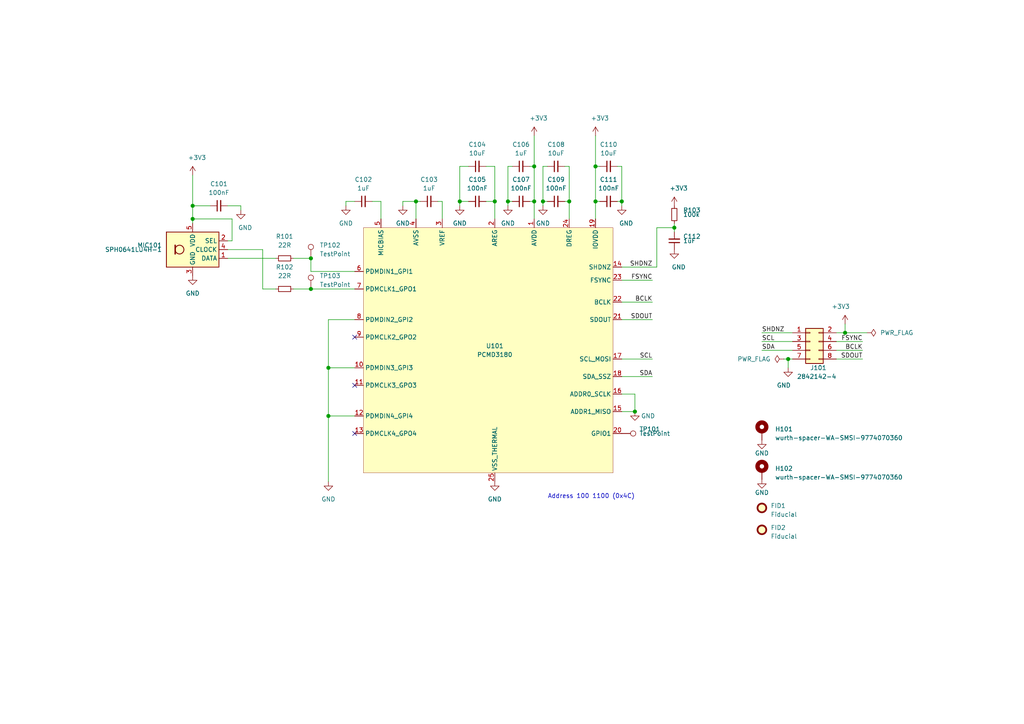
<source format=kicad_sch>
(kicad_sch (version 20210406) (generator eeschema)
  (paper "A4")
  (lib_symbols
    (symbol "Connector:TestPoint" (pin_numbers hide) (pin_names (offset 0.762) hide)
      (property "Reference" "TP" (at 0 6.858 0))
      (property "Value" "TestPoint" (at 0 5.08 0))
      (symbol "TestPoint_0_1"
        (circle (center 0 3.302) (radius 0.762))
      )
      (symbol "TestPoint_1_1"
        (pin passive line (at 0 0 90) (length 2.54) (name "1") (number "1"))
      )
    )
    (symbol "Connector_Generic:Conn_02x04_Odd_Even" (pin_names (offset 1.016) hide)
      (property "Reference" "J" (at 1.27 5.08 0))
      (property "Value" "Conn_02x04_Odd_Even" (at 1.27 -7.62 0))
      (symbol "Conn_02x04_Odd_Even_1_1"
        (rectangle (start -1.27 -4.953) (end 0 -5.207) (stroke (width 0.1524)))
        (rectangle (start -1.27 -2.413) (end 0 -2.667) (stroke (width 0.1524)))
        (rectangle (start -1.27 0.127) (end 0 -0.127) (stroke (width 0.1524)))
        (rectangle (start -1.27 2.667) (end 0 2.413) (stroke (width 0.1524)))
        (rectangle (start 3.81 -4.953) (end 2.54 -5.207) (stroke (width 0.1524)))
        (rectangle (start 3.81 -2.413) (end 2.54 -2.667) (stroke (width 0.1524)))
        (rectangle (start 3.81 0.127) (end 2.54 -0.127) (stroke (width 0.1524)))
        (rectangle (start 3.81 2.667) (end 2.54 2.413) (stroke (width 0.1524)))
        (rectangle (start -1.27 3.81) (end 3.81 -6.35) (stroke (width 0.254)) (fill (type background)))
        (pin passive line (at -5.08 2.54 0) (length 3.81) (name "Pin_1") (number "1"))
        (pin passive line (at 7.62 2.54 180) (length 3.81) (name "Pin_2") (number "2"))
        (pin passive line (at -5.08 0 0) (length 3.81) (name "Pin_3") (number "3"))
        (pin passive line (at 7.62 0 180) (length 3.81) (name "Pin_4") (number "4"))
        (pin passive line (at -5.08 -2.54 0) (length 3.81) (name "Pin_5") (number "5"))
        (pin passive line (at 7.62 -2.54 180) (length 3.81) (name "Pin_6") (number "6"))
        (pin passive line (at -5.08 -5.08 0) (length 3.81) (name "Pin_7") (number "7"))
        (pin passive line (at 7.62 -5.08 180) (length 3.81) (name "Pin_8") (number "8"))
      )
    )
    (symbol "Device:C_Small" (pin_numbers hide) (pin_names (offset 0.254) hide)
      (property "Reference" "C" (at 0.254 1.778 0))
      (property "Value" "C_Small" (at 0.254 -2.032 0))
      (symbol "C_Small_0_1"
        (polyline (pts (xy -1.524 -0.508) (xy 1.524 -0.508)) (stroke (width 0.3302)))
        (polyline (pts (xy -1.524 0.508) (xy 1.524 0.508)) (stroke (width 0.3048)))
      )
      (symbol "C_Small_1_1"
        (pin passive line (at 0 2.54 270) (length 2.032) (name "~") (number "1"))
        (pin passive line (at 0 -2.54 90) (length 2.032) (name "~") (number "2"))
      )
    )
    (symbol "Device:R_Small" (pin_numbers hide) (pin_names (offset 0.254) hide)
      (property "Reference" "R" (at 0.762 0.508 0))
      (property "Value" "R_Small" (at 0.762 -1.016 0))
      (symbol "R_Small_0_1"
        (rectangle (start -0.762 1.778) (end 0.762 -1.778) (stroke (width 0.2032)))
      )
      (symbol "R_Small_1_1"
        (pin passive line (at 0 2.54 270) (length 0.762) (name "~") (number "1"))
        (pin passive line (at 0 -2.54 90) (length 0.762) (name "~") (number "2"))
      )
    )
    (symbol "Mechanical:Fiducial"
      (property "Reference" "FID" (at 0 5.08 0))
      (property "Value" "Fiducial" (at 0 3.175 0))
      (symbol "Fiducial_0_1"
        (circle (center 0 0) (radius 1.27) (stroke (width 0.508)) (fill (type background)))
      )
    )
    (symbol "Mechanical:MountingHole_Pad" (pin_numbers hide) (pin_names (offset 1.016) hide)
      (property "Reference" "H" (at 0 6.35 0))
      (property "Value" "MountingHole_Pad" (at 0 4.445 0))
      (symbol "MountingHole_Pad_0_1"
        (circle (center 0 1.27) (radius 1.27) (stroke (width 1.27)))
      )
      (symbol "MountingHole_Pad_1_1"
        (pin input line (at 0 -2.54 90) (length 2.54) (name "1") (number "1"))
      )
    )
    (symbol "Sensor_Audio:SPH0641LU4H-1"
      (property "Reference" "MK" (at 5.08 6.35 0))
      (property "Value" "SPH0641LU4H-1" (at 8.89 -6.35 0))
      (symbol "SPH0641LU4H-1_1_1"
        (circle (center -3.81 0) (radius 1.27) (stroke (width 0.254)))
        (rectangle (start -7.62 5.08) (end 7.62 -5.08) (stroke (width 0.254)) (fill (type background)))
        (polyline (pts (xy -5.08 1.27) (xy -5.08 -1.27)) (stroke (width 0.381)))
        (pin output line (at 10.16 -2.54 180) (length 2.54) (name "DATA") (number "1"))
        (pin input line (at 10.16 2.54 180) (length 2.54) (name "SEL") (number "2"))
        (pin power_in line (at 0 -7.62 90) (length 2.54) (name "GND") (number "3"))
        (pin input line (at 10.16 0 180) (length 2.54) (name "CLOCK") (number "4"))
        (pin power_in line (at 0 7.62 270) (length 2.54) (name "VDD") (number "5"))
      )
    )
    (symbol "j_Audio:PCMD3180"
      (property "Reference" "U" (at 0 1.27 0))
      (property "Value" "PCMD3180" (at 0 -1.27 0))
      (symbol "PCMD3180_0_1"
        (rectangle (start -38.1 35.56) (end 34.29 -35.56) (stroke (width 0.001)) (fill (type background)))
      )
      (symbol "PCMD3180_1_1"
        (pin power_in line (at 11.43 38.1 270) (length 2.54) (name "AVDD") (number "1"))
        (pin input line (at -40.64 -5.08 0) (length 2.54) (name "PDMDIN3_GPI3") (number "10"))
        (pin output line (at -40.64 -10.16 0) (length 2.54) (name "PDMCLK3_GPO3") (number "11"))
        (pin input line (at -40.64 -19.05 0) (length 2.54) (name "PDMDIN4_GPI4") (number "12"))
        (pin output line (at -40.64 -24.13 0) (length 2.54) (name "PDMCLK4_GPO4") (number "13"))
        (pin input line (at 36.83 24.13 180) (length 2.54) (name "SHDNZ") (number "14"))
        (pin bidirectional line (at 36.83 -17.78 180) (length 2.54) (name "ADDR1_MISO") (number "15"))
        (pin input line (at 36.83 -12.7 180) (length 2.54) (name "ADDR0_SCLK") (number "16"))
        (pin input line (at 36.83 -2.54 180) (length 2.54) (name "SCL_MOSI") (number "17"))
        (pin bidirectional line (at 36.83 -7.62 180) (length 2.54) (name "SDA_SSZ") (number "18"))
        (pin power_in line (at 29.21 38.1 270) (length 2.54) (name "IOVDD") (number "19"))
        (pin power_out line (at 0 38.1 270) (length 2.54) (name "AREG") (number "2"))
        (pin bidirectional line (at 36.83 -24.13 180) (length 2.54) (name "GPIO1") (number "20"))
        (pin output line (at 36.83 8.89 180) (length 2.54) (name "SDOUT") (number "21"))
        (pin bidirectional line (at 36.83 13.97 180) (length 2.54) (name "BCLK") (number "22"))
        (pin bidirectional line (at 36.83 20.32 180) (length 2.54) (name "FSYNC") (number "23"))
        (pin power_out line (at 21.59 38.1 270) (length 2.54) (name "DREG") (number "24"))
        (pin power_in line (at 0 -38.1 90) (length 2.54) (name "VSS_THERMAL") (number "25"))
        (pin power_out line (at -15.24 38.1 270) (length 2.54) (name "VREF") (number "3"))
        (pin power_in line (at -22.86 38.1 270) (length 2.54) (name "AVSS") (number "4"))
        (pin power_out line (at -33.02 38.1 270) (length 2.54) (name "MICBIAS") (number "5"))
        (pin input line (at -40.64 22.86 0) (length 2.54) (name "PDMDIN1_GPI1") (number "6"))
        (pin output line (at -40.64 17.78 0) (length 2.54) (name "PDMCLK1_GPO1") (number "7"))
        (pin input line (at -40.64 8.89 0) (length 2.54) (name "PDMDIN2_GPI2") (number "8"))
        (pin output line (at -40.64 3.81 0) (length 2.54) (name "PDMCLK2_GPO2") (number "9"))
      )
    )
    (symbol "power:+3V3" (power) (pin_names (offset 0))
      (property "Value" "+3V3" (at 0 3.556 0))
      (symbol "+3V3_0_1"
        (polyline (pts (xy -0.762 1.27) (xy 0 2.54)))
        (polyline (pts (xy 0 0) (xy 0 2.54)))
        (polyline (pts (xy 0 2.54) (xy 0.762 1.27)))
      )
      (symbol "+3V3_1_1"
        (pin power_in line (at 0 0 90) (length 0) hide (name "+3V3") (number "1"))
      )
    )
    (symbol "power:GND" (power) (pin_names (offset 0))
      (property "Value" "GND" (at 0 -3.81 0))
      (symbol "GND_0_1"
        (polyline (pts (xy 0 0) (xy 0 -1.27) (xy 1.27 -1.27) (xy 0 -2.54) (xy -1.27 -1.27) (xy 0 -1.27)))
      )
      (symbol "GND_1_1"
        (pin power_in line (at 0 0 270) (length 0) hide (name "GND") (number "1"))
      )
    )
    (symbol "power:PWR_FLAG" (power) (pin_numbers hide) (pin_names (offset 0) hide)
      (property "Value" "PWR_FLAG" (at 0 3.81 0))
      (symbol "PWR_FLAG_0_0"
        (pin power_out line (at 0 0 90) (length 0) (name "pwr") (number "1"))
      )
      (symbol "PWR_FLAG_0_1"
        (polyline (pts (xy 0 0) (xy 0 1.27) (xy -1.016 1.905) (xy 0 2.54) (xy 1.016 1.905) (xy 0 1.27)))
      )
    )
  )
  (junction (at 55.88 59.69) (diameter 1.016))
  (junction (at 55.88 63.5) (diameter 1.016))
  (junction (at 90.17 74.93) (diameter 1.016))
  (junction (at 90.17 83.82) (diameter 1.016))
  (junction (at 95.25 106.68) (diameter 1.016))
  (junction (at 95.25 120.65) (diameter 1.016))
  (junction (at 120.65 58.42) (diameter 1.016))
  (junction (at 133.35 58.42) (diameter 1.016))
  (junction (at 143.51 58.42) (diameter 1.016))
  (junction (at 147.32 58.42) (diameter 1.016))
  (junction (at 154.94 48.26) (diameter 1.016))
  (junction (at 154.94 58.42) (diameter 1.016))
  (junction (at 157.48 58.42) (diameter 1.016))
  (junction (at 165.1 58.42) (diameter 1.016))
  (junction (at 172.72 48.26) (diameter 1.016))
  (junction (at 172.72 58.42) (diameter 1.016))
  (junction (at 180.34 58.42) (diameter 1.016))
  (junction (at 184.15 119.38) (diameter 1.016))
  (junction (at 195.58 66.04) (diameter 1.016))
  (junction (at 228.6 104.14) (diameter 1.016))
  (junction (at 245.11 96.52) (diameter 1.016))
  (no_connect (at 102.87 97.79))
  (no_connect (at 102.87 111.76))
  (no_connect (at 102.87 125.73))
  (wire (pts (xy 55.88 50.8) (xy 55.88 59.69)))
  (wire (pts (xy 55.88 59.69) (xy 60.96 59.69)))
  (wire (pts (xy 55.88 63.5) (xy 55.88 59.69)))
  (wire (pts (xy 55.88 63.5) (xy 55.88 64.77)))
  (wire (pts (xy 66.04 59.69) (xy 69.85 59.69)))
  (wire (pts (xy 66.04 72.39) (xy 76.2 72.39)))
  (wire (pts (xy 66.04 74.93) (xy 80.01 74.93)))
  (wire (pts (xy 67.31 63.5) (xy 55.88 63.5)))
  (wire (pts (xy 67.31 69.85) (xy 66.04 69.85)))
  (wire (pts (xy 67.31 69.85) (xy 67.31 63.5)))
  (wire (pts (xy 69.85 59.69) (xy 69.85 60.96)))
  (wire (pts (xy 76.2 72.39) (xy 76.2 83.82)))
  (wire (pts (xy 76.2 83.82) (xy 80.01 83.82)))
  (wire (pts (xy 85.09 74.93) (xy 90.17 74.93)))
  (wire (pts (xy 85.09 83.82) (xy 90.17 83.82)))
  (wire (pts (xy 90.17 74.93) (xy 90.17 78.74)))
  (wire (pts (xy 90.17 78.74) (xy 102.87 78.74)))
  (wire (pts (xy 90.17 83.82) (xy 102.87 83.82)))
  (wire (pts (xy 95.25 92.71) (xy 95.25 106.68)))
  (wire (pts (xy 95.25 106.68) (xy 95.25 120.65)))
  (wire (pts (xy 95.25 106.68) (xy 102.87 106.68)))
  (wire (pts (xy 95.25 120.65) (xy 95.25 139.7)))
  (wire (pts (xy 95.25 120.65) (xy 102.87 120.65)))
  (wire (pts (xy 100.33 58.42) (xy 100.33 59.69)))
  (wire (pts (xy 102.87 58.42) (xy 100.33 58.42)))
  (wire (pts (xy 102.87 92.71) (xy 95.25 92.71)))
  (wire (pts (xy 107.95 58.42) (xy 110.49 58.42)))
  (wire (pts (xy 110.49 58.42) (xy 110.49 63.5)))
  (wire (pts (xy 116.84 58.42) (xy 120.65 58.42)))
  (wire (pts (xy 116.84 59.69) (xy 116.84 58.42)))
  (wire (pts (xy 120.65 58.42) (xy 121.92 58.42)))
  (wire (pts (xy 120.65 63.5) (xy 120.65 58.42)))
  (wire (pts (xy 127 58.42) (xy 128.27 58.42)))
  (wire (pts (xy 128.27 58.42) (xy 128.27 63.5)))
  (wire (pts (xy 133.35 48.26) (xy 135.89 48.26)))
  (wire (pts (xy 133.35 58.42) (xy 133.35 48.26)))
  (wire (pts (xy 133.35 58.42) (xy 135.89 58.42)))
  (wire (pts (xy 133.35 59.69) (xy 133.35 58.42)))
  (wire (pts (xy 140.97 58.42) (xy 143.51 58.42)))
  (wire (pts (xy 143.51 48.26) (xy 140.97 48.26)))
  (wire (pts (xy 143.51 48.26) (xy 143.51 58.42)))
  (wire (pts (xy 143.51 58.42) (xy 143.51 63.5)))
  (wire (pts (xy 147.32 48.26) (xy 147.32 58.42)))
  (wire (pts (xy 147.32 58.42) (xy 147.32 59.69)))
  (wire (pts (xy 147.32 58.42) (xy 148.59 58.42)))
  (wire (pts (xy 148.59 48.26) (xy 147.32 48.26)))
  (wire (pts (xy 153.67 48.26) (xy 154.94 48.26)))
  (wire (pts (xy 153.67 58.42) (xy 154.94 58.42)))
  (wire (pts (xy 154.94 39.37) (xy 154.94 48.26)))
  (wire (pts (xy 154.94 48.26) (xy 154.94 58.42)))
  (wire (pts (xy 154.94 58.42) (xy 154.94 63.5)))
  (wire (pts (xy 157.48 48.26) (xy 158.75 48.26)))
  (wire (pts (xy 157.48 58.42) (xy 157.48 48.26)))
  (wire (pts (xy 157.48 58.42) (xy 158.75 58.42)))
  (wire (pts (xy 157.48 59.69) (xy 157.48 58.42)))
  (wire (pts (xy 163.83 58.42) (xy 165.1 58.42)))
  (wire (pts (xy 165.1 48.26) (xy 163.83 48.26)))
  (wire (pts (xy 165.1 58.42) (xy 165.1 48.26)))
  (wire (pts (xy 165.1 63.5) (xy 165.1 58.42)))
  (wire (pts (xy 172.72 39.37) (xy 172.72 48.26)))
  (wire (pts (xy 172.72 48.26) (xy 172.72 58.42)))
  (wire (pts (xy 172.72 58.42) (xy 172.72 63.5)))
  (wire (pts (xy 172.72 58.42) (xy 173.99 58.42)))
  (wire (pts (xy 173.99 48.26) (xy 172.72 48.26)))
  (wire (pts (xy 179.07 48.26) (xy 180.34 48.26)))
  (wire (pts (xy 180.34 48.26) (xy 180.34 58.42)))
  (wire (pts (xy 180.34 58.42) (xy 179.07 58.42)))
  (wire (pts (xy 180.34 58.42) (xy 180.34 59.69)))
  (wire (pts (xy 180.34 77.47) (xy 190.5 77.47)))
  (wire (pts (xy 180.34 81.28) (xy 189.23 81.28)))
  (wire (pts (xy 180.34 87.63) (xy 189.23 87.63)))
  (wire (pts (xy 180.34 92.71) (xy 189.23 92.71)))
  (wire (pts (xy 180.34 104.14) (xy 189.23 104.14)))
  (wire (pts (xy 180.34 109.22) (xy 189.23 109.22)))
  (wire (pts (xy 180.34 114.3) (xy 184.15 114.3)))
  (wire (pts (xy 184.15 114.3) (xy 184.15 119.38)))
  (wire (pts (xy 184.15 119.38) (xy 180.34 119.38)))
  (wire (pts (xy 190.5 66.04) (xy 195.58 66.04)))
  (wire (pts (xy 190.5 77.47) (xy 190.5 66.04)))
  (wire (pts (xy 195.58 64.77) (xy 195.58 66.04)))
  (wire (pts (xy 195.58 66.04) (xy 195.58 67.31)))
  (wire (pts (xy 228.6 104.14) (xy 227.33 104.14)))
  (wire (pts (xy 228.6 104.14) (xy 228.6 106.68)))
  (wire (pts (xy 229.87 96.52) (xy 220.98 96.52)))
  (wire (pts (xy 229.87 99.06) (xy 220.98 99.06)))
  (wire (pts (xy 229.87 101.6) (xy 220.98 101.6)))
  (wire (pts (xy 229.87 104.14) (xy 228.6 104.14)))
  (wire (pts (xy 245.11 93.98) (xy 245.11 96.52)))
  (wire (pts (xy 245.11 96.52) (xy 242.57 96.52)))
  (wire (pts (xy 250.19 99.06) (xy 242.57 99.06)))
  (wire (pts (xy 250.19 101.6) (xy 242.57 101.6)))
  (wire (pts (xy 250.19 104.14) (xy 242.57 104.14)))
  (wire (pts (xy 251.46 96.52) (xy 245.11 96.52)))
  (text "Address 100 1100 (0x4C)" (at 184.15 144.78 180) (effects (font (size 1.27 1.27)) (justify right bottom)))
  (label "SHDNZ" (at 189.23 77.47 180))
  (label "FSYNC" (at 189.23 81.28 180))
  (label "BCLK" (at 189.23 87.63 180))
  (label "SDOUT" (at 189.23 92.71 180))
  (label "SCL" (at 189.23 104.14 180))
  (label "SDA" (at 189.23 109.22 180))
  (label "SHDNZ" (at 220.98 96.52 0))
  (label "SCL" (at 220.98 99.06 0))
  (label "SDA" (at 220.98 101.6 0))
  (label "FSYNC" (at 250.19 99.06 180))
  (label "BCLK" (at 250.19 101.6 180))
  (label "SDOUT" (at 250.19 104.14 180))
  (symbol (lib_id "power:+3V3") (at 55.88 50.8 0) (unit 1)
    (property "Reference" "#PWR0104" (effects hide))
    (property "Value" "+3V3" (at 57.15 45.72 0))
  )
  (symbol (lib_id "power:+3V3") (at 154.94 39.37 0) (unit 1)
    (property "Reference" "#PWR0109" (effects hide))
    (property "Value" "+3V3" (at 156.21 34.29 0))
  )
  (symbol (lib_id "power:+3V3") (at 172.72 39.37 0) (unit 1)
    (property "Reference" "#PWR0110" (effects hide))
    (property "Value" "+3V3" (at 173.99 34.29 0))
  )
  (symbol (lib_id "power:+3V3") (at 195.58 59.69 0) (unit 1)
    (property "Reference" "#PWR0111" (effects hide))
    (property "Value" "+3V3" (at 196.85 54.61 0))
  )
  (symbol (lib_id "power:+3V3") (at 245.11 93.98 0) (mirror y) (unit 1)
    (property "Reference" "#PWR0118" (effects hide))
    (property "Value" "+3V3" (at 243.84 88.9 0))
  )
  (symbol (lib_id "power:PWR_FLAG") (at 227.33 104.14 90) (mirror x) (unit 1)
    (property "Reference" "#FLG0102" (effects hide))
    (property "Value" "PWR_FLAG" (at 223.52 104.14 90) (effects (justify left)))
  )
  (symbol (lib_id "power:PWR_FLAG") (at 251.46 96.52 270) (unit 1)
    (property "Reference" "#FLG0101" (effects hide))
    (property "Value" "PWR_FLAG" (at 255.27 96.52 90) (effects (justify left)))
  )
  (symbol (lib_id "Connector:TestPoint") (at 90.17 74.93 0) (unit 1)
    (property "Reference" "TP102" (at 92.71 71.12 0) (effects (justify left)))
    (property "Value" "TestPoint" (at 92.71 73.66 0) (effects (justify left)))
    (property "Footprint" "TestPoint:TestPoint_Pad_D1.0mm" (effects hide))
  )
  (symbol (lib_id "Connector:TestPoint") (at 90.17 83.82 0) (unit 1)
    (property "Reference" "TP103" (at 92.71 80.01 0) (effects (justify left)))
    (property "Value" "TestPoint" (at 92.71 82.55 0) (effects (justify left)))
    (property "Footprint" "TestPoint:TestPoint_Pad_D1.0mm" (effects hide))
  )
  (symbol (lib_id "Connector:TestPoint") (at 180.34 125.73 270) (unit 1)
    (property "Reference" "TP101" (at 185.42 124.46 90) (effects (justify left)))
    (property "Value" "TestPoint" (at 185.42 125.73 90) (effects (justify left)))
    (property "Footprint" "TestPoint:TestPoint_Pad_D1.0mm" (effects hide))
  )
  (symbol (lib_id "power:GND") (at 55.88 80.01 0) (unit 1)
    (property "Reference" "#PWR0106" (effects hide))
    (property "Value" "GND" (at 55.88 85.09 0))
  )
  (symbol (lib_id "power:GND") (at 69.85 60.96 0) (unit 1)
    (property "Reference" "#PWR0105" (effects hide))
    (property "Value" "GND" (at 71.12 66.04 0))
  )
  (symbol (lib_id "power:GND") (at 95.25 139.7 0) (unit 1)
    (property "Reference" "#PWR0107" (effects hide))
    (property "Value" "GND" (at 95.25 144.78 0))
  )
  (symbol (lib_id "power:GND") (at 100.33 59.69 0) (unit 1)
    (property "Reference" "#PWR0103" (effects hide))
    (property "Value" "GND" (at 100.33 64.77 0))
  )
  (symbol (lib_id "power:GND") (at 116.84 59.69 0) (mirror y) (unit 1)
    (property "Reference" "#PWR0101" (effects hide))
    (property "Value" "GND" (at 116.84 64.77 0))
  )
  (symbol (lib_id "power:GND") (at 133.35 59.69 0) (mirror y) (unit 1)
    (property "Reference" "#PWR0102" (effects hide))
    (property "Value" "GND" (at 133.35 64.77 0))
  )
  (symbol (lib_id "power:GND") (at 143.51 139.7 0) (unit 1)
    (property "Reference" "#PWR0115" (effects hide))
    (property "Value" "GND" (at 143.51 144.78 0))
  )
  (symbol (lib_id "power:GND") (at 147.32 59.69 0) (mirror y) (unit 1)
    (property "Reference" "#PWR0108" (effects hide))
    (property "Value" "GND" (at 147.32 64.77 0))
  )
  (symbol (lib_id "power:GND") (at 157.48 59.69 0) (mirror y) (unit 1)
    (property "Reference" "#PWR0114" (effects hide))
    (property "Value" "GND" (at 157.48 64.77 0))
  )
  (symbol (lib_id "power:GND") (at 180.34 59.69 0) (unit 1)
    (property "Reference" "#PWR0112" (effects hide))
    (property "Value" "GND" (at 181.61 64.77 0))
  )
  (symbol (lib_id "power:GND") (at 184.15 119.38 0) (unit 1)
    (property "Reference" "#PWR0116" (effects hide))
    (property "Value" "GND" (at 187.96 120.65 0))
  )
  (symbol (lib_id "power:GND") (at 195.58 72.39 0) (unit 1)
    (property "Reference" "#PWR0113" (effects hide))
    (property "Value" "GND" (at 196.85 77.47 0))
  )
  (symbol (lib_id "power:GND") (at 220.98 127.635 0) (mirror y) (unit 1)
    (property "Reference" "#PWR0120" (effects hide))
    (property "Value" "GND" (at 220.98 131.445 0))
  )
  (symbol (lib_id "power:GND") (at 220.98 139.065 0) (mirror y) (unit 1)
    (property "Reference" "#PWR0119" (effects hide))
    (property "Value" "GND" (at 220.98 142.875 0))
  )
  (symbol (lib_id "power:GND") (at 228.6 106.68 0) (mirror y) (unit 1)
    (property "Reference" "#PWR0117" (effects hide))
    (property "Value" "GND" (at 227.33 111.76 0))
  )
  (symbol (lib_id "Mechanical:Fiducial") (at 220.98 147.32 0) (unit 1)
    (property "Reference" "FID1" (at 223.52 146.6849 0) (effects (justify left)))
    (property "Value" "Fiducial" (at 223.52 149.2249 0) (effects (justify left)))
    (property "Footprint" "Fiducial:Fiducial_0.5mm_Mask1mm" (effects hide))
  )
  (symbol (lib_id "Mechanical:Fiducial") (at 220.98 153.67 0) (unit 1)
    (property "Reference" "FID2" (at 223.52 153.0349 0) (effects (justify left)))
    (property "Value" "Fiducial" (at 223.52 155.5749 0) (effects (justify left)))
    (property "Footprint" "Fiducial:Fiducial_0.5mm_Mask1mm" (effects hide))
  )
  (symbol (lib_id "Device:R_Small") (at 82.55 74.93 90) (unit 1)
    (property "Reference" "R101" (at 82.55 68.58 90))
    (property "Value" "22R" (at 82.55 71.12 90))
    (property "Footprint" "Resistor_SMD:R_0402_1005Metric" (effects hide))
  )
  (symbol (lib_id "Device:R_Small") (at 82.55 83.82 90) (mirror x) (unit 1)
    (property "Reference" "R102" (at 82.55 77.47 90))
    (property "Value" "22R" (at 82.55 80.01 90))
    (property "Footprint" "Resistor_SMD:R_0402_1005Metric" (effects hide))
  )
  (symbol (lib_id "Device:R_Small") (at 195.58 62.23 180) (unit 1)
    (property "Reference" "R103" (at 198.12 60.96 0) (effects (justify right)))
    (property "Value" "100k" (at 198.12 62.23 0) (effects (justify right)))
    (property "Footprint" "Resistor_SMD:R_0603_1608Metric" (effects hide))
  )
  (symbol (lib_id "Device:C_Small") (at 63.5 59.69 90) (unit 1)
    (property "Reference" "C101" (at 63.5 53.34 90))
    (property "Value" "100nF" (at 63.5 55.88 90))
    (property "Footprint" "Capacitor_SMD:C_0402_1005Metric" (effects hide))
  )
  (symbol (lib_id "Device:C_Small") (at 105.41 58.42 90) (unit 1)
    (property "Reference" "C102" (at 105.41 52.07 90))
    (property "Value" "1uF" (at 105.41 54.61 90))
    (property "Footprint" "Capacitor_SMD:C_0402_1005Metric" (effects hide))
  )
  (symbol (lib_id "Device:C_Small") (at 124.46 58.42 90) (unit 1)
    (property "Reference" "C103" (at 124.46 52.07 90))
    (property "Value" "1uF" (at 124.46 54.61 90))
    (property "Footprint" "Capacitor_SMD:C_0402_1005Metric" (effects hide))
  )
  (symbol (lib_id "Device:C_Small") (at 138.43 48.26 90) (unit 1)
    (property "Reference" "C104" (at 138.43 41.91 90))
    (property "Value" "10uF" (at 138.43 44.45 90))
    (property "Footprint" "Capacitor_SMD:C_0603_1608Metric" (effects hide))
  )
  (symbol (lib_id "Device:C_Small") (at 138.43 58.42 90) (unit 1)
    (property "Reference" "C105" (at 138.43 52.07 90))
    (property "Value" "100nF" (at 138.43 54.61 90))
    (property "Footprint" "Capacitor_SMD:C_0402_1005Metric" (effects hide))
  )
  (symbol (lib_id "Device:C_Small") (at 151.13 48.26 90) (unit 1)
    (property "Reference" "C106" (at 151.13 41.91 90))
    (property "Value" "1uF" (at 151.13 44.45 90))
    (property "Footprint" "Capacitor_SMD:C_0402_1005Metric" (effects hide))
  )
  (symbol (lib_id "Device:C_Small") (at 151.13 58.42 90) (unit 1)
    (property "Reference" "C107" (at 151.13 52.07 90))
    (property "Value" "100nF" (at 151.13 54.61 90))
    (property "Footprint" "Capacitor_SMD:C_0402_1005Metric" (effects hide))
  )
  (symbol (lib_id "Device:C_Small") (at 161.29 48.26 90) (unit 1)
    (property "Reference" "C108" (at 161.29 41.91 90))
    (property "Value" "10uF" (at 161.29 44.45 90))
    (property "Footprint" "Capacitor_SMD:C_0603_1608Metric" (effects hide))
  )
  (symbol (lib_id "Device:C_Small") (at 161.29 58.42 90) (unit 1)
    (property "Reference" "C109" (at 161.29 52.07 90))
    (property "Value" "100nF" (at 161.29 54.61 90))
    (property "Footprint" "Capacitor_SMD:C_0402_1005Metric" (effects hide))
  )
  (symbol (lib_id "Device:C_Small") (at 176.53 48.26 90) (unit 1)
    (property "Reference" "C110" (at 176.53 41.91 90))
    (property "Value" "10uF" (at 176.53 44.45 90))
    (property "Footprint" "Capacitor_SMD:C_0603_1608Metric" (effects hide))
  )
  (symbol (lib_id "Device:C_Small") (at 176.53 58.42 90) (unit 1)
    (property "Reference" "C111" (at 176.53 52.07 90))
    (property "Value" "100nF" (at 176.53 54.61 90))
    (property "Footprint" "Capacitor_SMD:C_0402_1005Metric" (effects hide))
  )
  (symbol (lib_id "Device:C_Small") (at 195.58 69.85 180) (unit 1)
    (property "Reference" "C112" (at 198.12 68.58 0) (effects (justify right)))
    (property "Value" "1uF" (at 198.12 69.85 0) (effects (justify right)))
    (property "Footprint" "Capacitor_SMD:C_0603_1608Metric" (effects hide))
  )
  (symbol (lib_id "Mechanical:MountingHole_Pad") (at 220.98 125.095 0) (unit 1)
    (property "Reference" "H101" (at 224.79 124.4599 0) (effects (justify left)))
    (property "Value" "wurth-spacer-WA-SMSI-9774070360" (at 224.79 126.9999 0) (effects (justify left)))
    (property "Footprint" "Mounting_Wuerth:Mounting_Wuerth_WA-SMSI-M3_H7mm_9774070360" (effects hide))
  )
  (symbol (lib_id "Mechanical:MountingHole_Pad") (at 220.98 136.525 0) (unit 1)
    (property "Reference" "H102" (at 224.79 135.8899 0) (effects (justify left)))
    (property "Value" "wurth-spacer-WA-SMSI-9774070360" (at 224.79 138.4299 0) (effects (justify left)))
    (property "Footprint" "Mounting_Wuerth:Mounting_Wuerth_WA-SMSI-M3_H7mm_9774070360" (effects hide))
  )
  (symbol (lib_id "Connector_Generic:Conn_02x04_Odd_Even") (at 234.95 99.06 0) (unit 1)
    (property "Reference" "J101" (at 234.95 106.68 0) (effects (justify left)))
    (property "Value" "2842142-4" (at 231.14 109.22 0) (effects (justify left)))
    (property "Footprint" "jeffmakes-footprints:PinHeader_2x04_P2.00mm_Vertical_SMD_AMPMODU" (effects hide))
  )
  (symbol (lib_id "Sensor_Audio:SPH0641LU4H-1") (at 55.88 72.39 0) (unit 1)
    (property "Reference" "MIC101" (at 46.99 71.12 0) (effects (justify right)))
    (property "Value" "SPH0641LU4H-1" (at 46.99 72.39 0) (effects (justify right)))
    (property "Footprint" "Sensor_Audio:Knowles_LGA-5_3.5x2.65mm" (effects hide))
    (property "Datasheet" "https://www.knowles.com/docs/default-source/model-downloads/sph0641lu4h-1-revb.pdf" (effects hide))
  )
  (symbol (lib_id "j_Audio:PCMD3180") (at 143.51 101.6 0) (unit 1)
    (property "Reference" "U101" (at 143.51 100.33 0))
    (property "Value" "PCMD3180" (at 143.51 102.87 0))
    (property "Footprint" "Package_DFN_QFN:QFN-24-1EP_4x4mm_P0.5mm_EP2.65x2.65mm_ThermalVias" (effects hide))
  )
)
</source>
